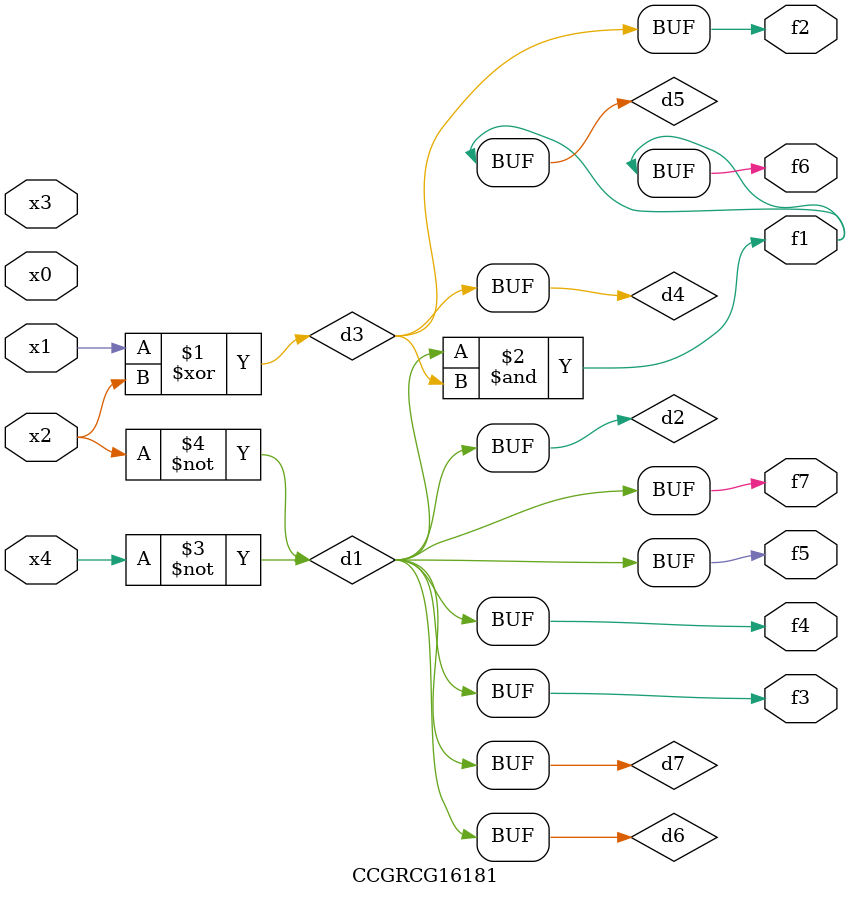
<source format=v>
module CCGRCG16181(
	input x0, x1, x2, x3, x4,
	output f1, f2, f3, f4, f5, f6, f7
);

	wire d1, d2, d3, d4, d5, d6, d7;

	not (d1, x4);
	not (d2, x2);
	xor (d3, x1, x2);
	buf (d4, d3);
	and (d5, d1, d3);
	buf (d6, d1, d2);
	buf (d7, d2);
	assign f1 = d5;
	assign f2 = d4;
	assign f3 = d7;
	assign f4 = d7;
	assign f5 = d7;
	assign f6 = d5;
	assign f7 = d7;
endmodule

</source>
